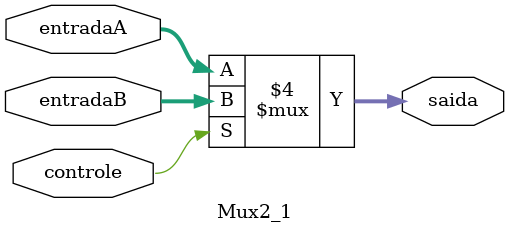
<source format=v>
/*
 Alunos: Washington Pagotto Batista, Pedro kenndy e Ivan Rios
 Universidade Estadual de Feira de Santana 2017.1
 TEC499 - MI - Sistemas Digitais

 Modulo: Mux_2-1.v
 Descrição: Modulo criado para escolher um determinada saida, determinado como MUX
 Entradas:
    entradaA: 32-bit value
    entradaB: 32-bit value
	Controle: 1 bit
 Saida:
    C: entradaA ou entradaB
*/

module Mux2_1(
        input [31:0] entradaA,
        input [31:0] entradaB,
        input controle,
        output reg [31:0] saida
);

  always @(*) begin

      if (~controle)
        saida <= entradaA;

      else
        saida <= entradaB;

    end


endmodule


</source>
